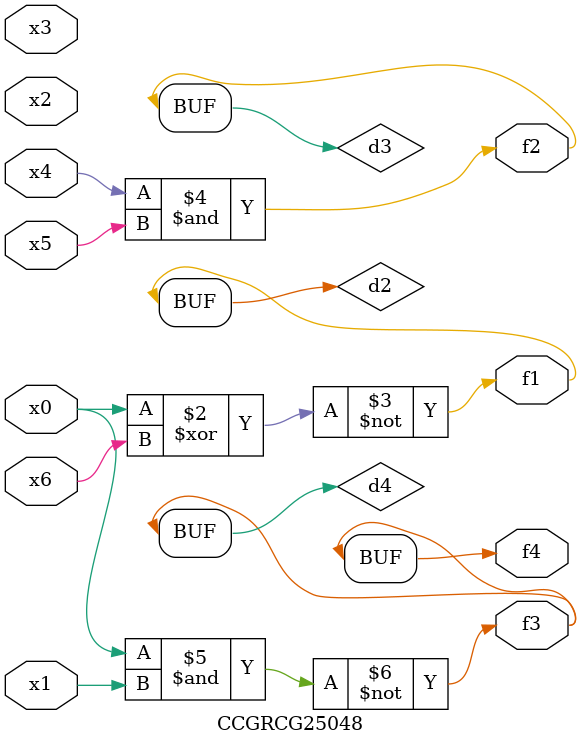
<source format=v>
module CCGRCG25048(
	input x0, x1, x2, x3, x4, x5, x6,
	output f1, f2, f3, f4
);

	wire d1, d2, d3, d4;

	nor (d1, x0);
	xnor (d2, x0, x6);
	and (d3, x4, x5);
	nand (d4, x0, x1);
	assign f1 = d2;
	assign f2 = d3;
	assign f3 = d4;
	assign f4 = d4;
endmodule

</source>
